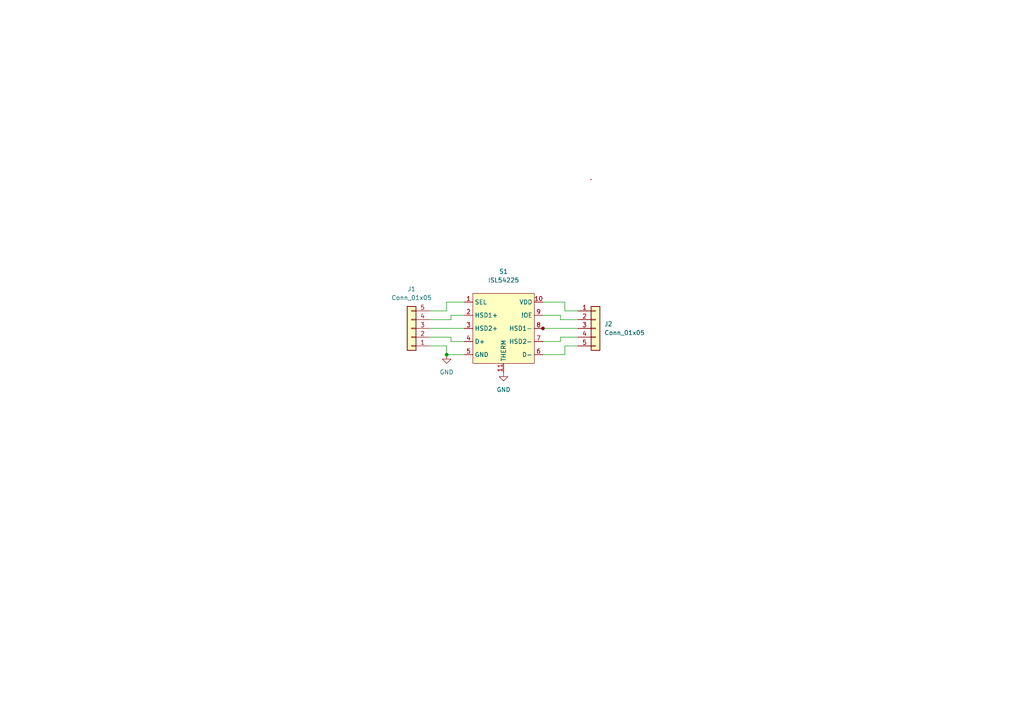
<source format=kicad_sch>
(kicad_sch (version 20211123) (generator eeschema)
  (paper "A4")
  (lib_symbols
    (symbol "Connector_Generic:Conn_01x05" (pin_names (offset 1.016) hide)
      (property "Reference" "J" (at 0 7.62 0))
      (property "Value" "Conn_01x05" (at 0 -7.62 0))
      (symbol "Conn_01x05_1_1"
        (rectangle (start -1.27 -4.953) (end 0 -5.207) (stroke (width 0.1524)))
        (rectangle (start -1.27 -2.413) (end 0 -2.667) (stroke (width 0.1524)))
        (rectangle (start -1.27 0.127) (end 0 -0.127) (stroke (width 0.1524)))
        (rectangle (start -1.27 2.667) (end 0 2.413) (stroke (width 0.1524)))
        (rectangle (start -1.27 5.207) (end 0 4.953) (stroke (width 0.1524)))
        (rectangle (start -1.27 6.35) (end 1.27 -6.35) (stroke (width 0.254)) (fill (type background)))
        (pin passive line (at -5.08 5.08 0) (length 3.81) (name "Pin_1") (number "1"))
        (pin passive line (at -5.08 2.54 0) (length 3.81) (name "Pin_2") (number "2"))
        (pin passive line (at -5.08 0 0) (length 3.81) (name "Pin_3") (number "3"))
        (pin passive line (at -5.08 -2.54 0) (length 3.81) (name "Pin_4") (number "4"))
        (pin passive line (at -5.08 -5.08 0) (length 3.81) (name "Pin_5") (number "5"))
      )
    )
    (symbol "library:ISL54225"
      (property "Reference" "S" (at 0 5.08 0))
      (property "Value" "ISL54225" (at 0 7.62 0))
      (symbol "ISL54225_0_1"
        (rectangle (start -8.89 2.54) (end 8.89 -17.78) (fill (type background)))
        (rectangle (start 11.43 -7.62) (end 11.43 -7.62))
        (rectangle (start 11.43 -7.62) (end 11.43 -7.62))
        (rectangle (start 11.43 -7.62) (end 11.43 -7.62))
        (rectangle (start 11.43 -7.62) (end 11.43 -7.62))
        (rectangle (start 11.43 -7.62) (end 11.43 -7.62))
        (rectangle (start 11.43 -7.62) (end 11.43 -7.62))
        (rectangle (start 11.43 -7.62) (end 11.43 -7.62))
        (rectangle (start 11.43 -7.62) (end 11.43 -7.62) (stroke (width 1)))
        (rectangle (start 11.43 -7.62) (end 11.43 -7.62) (stroke (width 1)))
        (rectangle (start 25.4 35.56) (end 25.4 35.56))
        (rectangle (start 25.4 35.56) (end 25.4 35.56))
        (rectangle (start 25.4 35.56) (end 25.4 35.56))
        (rectangle (start 25.4 35.56) (end 25.4 35.56))
        (rectangle (start 25.4 35.56) (end 25.4 35.56))
        (rectangle (start 25.4 35.56) (end 25.4 35.56))
        (rectangle (start 25.4 35.56) (end 25.4 35.56))
        (rectangle (start 25.4 35.56) (end 25.4 35.56))
        (rectangle (start 25.4 35.56) (end 25.4 35.56))
        (rectangle (start 25.4 35.56) (end 25.4 35.56))
        (rectangle (start 25.4 35.56) (end 25.4 35.56))
        (rectangle (start 25.4 35.56) (end 25.4 35.56))
        (rectangle (start 25.4 35.56) (end 25.4 35.56))
        (rectangle (start 25.4 35.56) (end 25.4 35.56))
        (rectangle (start 25.4 35.56) (end 25.4 35.56))
        (rectangle (start 25.4 35.56) (end 25.4 35.56))
        (rectangle (start 25.4 35.56) (end 25.4 35.56))
        (rectangle (start 25.4 35.56) (end 25.4 35.56))
        (rectangle (start 25.4 35.56) (end 25.4 35.56))
        (rectangle (start 25.4 35.56) (end 25.4 35.56))
        (rectangle (start 25.4 35.56) (end 25.4 35.56))
        (rectangle (start 25.4 35.56) (end 25.4 35.56))
        (rectangle (start 25.4 35.56) (end 25.4 35.56))
        (rectangle (start 25.4 35.56) (end 25.4 35.56))
        (rectangle (start 25.4 35.56) (end 25.4 35.56))
        (rectangle (start 25.4 35.56) (end 25.4 35.56))
        (rectangle (start 25.4 35.56) (end 25.4 35.56))
      )
      (symbol "ISL54225_1_1"
        (pin input line (at -11.43 0 0) (length 2.54) (name "SEL") (number "1"))
        (pin input line (at 11.43 0 180) (length 2.54) (name "VDD") (number "10"))
        (pin input line (at 0 -20.32 90) (length 2.54) (name "THERM") (number "11"))
        (pin output line (at -11.43 -3.81 0) (length 2.54) (name "HSD1+") (number "2"))
        (pin output line (at -11.43 -7.62 0) (length 2.54) (name "HSD2+") (number "3"))
        (pin input line (at -11.43 -11.43 0) (length 2.54) (name "D+") (number "4"))
        (pin passive line (at -11.43 -15.24 0) (length 2.54) (name "GND") (number "5"))
        (pin input line (at 11.43 -15.24 180) (length 2.54) (name "D-") (number "6"))
        (pin output line (at 11.43 -11.43 180) (length 2.54) (name "HSD2-") (number "7"))
        (pin output line (at 11.43 -7.62 180) (length 2.54) (name "HSD1-") (number "8"))
        (pin input line (at 11.43 -3.81 180) (length 2.54) (name "!OE") (number "9"))
      )
    )
    (symbol "power:GND" (power) (pin_names (offset 0))
      (property "Value" "GND" (at 0 -3.81 0))
      (symbol "GND_0_1"
        (polyline (pts (xy 0 0) (xy 0 -1.27) (xy 1.27 -1.27) (xy 0 -2.54) (xy -1.27 -1.27) (xy 0 -1.27)))
      )
      (symbol "GND_1_1"
        (pin power_in line (at 0 0 270) (length 0) hide (name "GND") (number "1"))
      )
    )
  )
  (junction (at 129.54 102.87))
  (wire (pts (xy 124.46 97.79) (xy 130.81 97.79)))
  (wire (pts (xy 162.56 91.44) (xy 162.56 92.71)))
  (wire (pts (xy 124.46 90.17) (xy 129.54 90.17)))
  (wire (pts (xy 167.64 100.33) (xy 163.83 100.33)))
  (wire (pts (xy 124.46 95.25) (xy 134.62 95.25)))
  (wire (pts (xy 162.56 92.71) (xy 167.64 92.71)))
  (wire (pts (xy 157.48 87.63) (xy 163.83 87.63)))
  (wire (pts (xy 163.83 87.63) (xy 163.83 90.17)))
  (wire (pts (xy 130.81 92.71) (xy 130.81 91.44)))
  (wire (pts (xy 157.48 99.06) (xy 162.56 99.06)))
  (wire (pts (xy 130.81 97.79) (xy 130.81 99.06)))
  (wire (pts (xy 129.54 90.17) (xy 129.54 87.63)))
  (wire (pts (xy 129.54 102.87) (xy 129.54 100.33)))
  (wire (pts (xy 129.54 100.33) (xy 124.46 100.33)))
  (wire (pts (xy 162.56 97.79) (xy 167.64 97.79)))
  (wire (pts (xy 134.62 102.87) (xy 129.54 102.87)))
  (wire (pts (xy 157.48 102.87) (xy 163.83 102.87)))
  (wire (pts (xy 162.56 99.06) (xy 162.56 97.79)))
  (wire (pts (xy 163.83 90.17) (xy 167.64 90.17)))
  (wire (pts (xy 157.48 91.44) (xy 162.56 91.44)))
  (wire (pts (xy 163.83 100.33) (xy 163.83 102.87)))
  (wire (pts (xy 130.81 91.44) (xy 134.62 91.44)))
  (wire (pts (xy 124.46 92.71) (xy 130.81 92.71)))
  (wire (pts (xy 157.48 95.25) (xy 167.64 95.25)))
  (wire (pts (xy 129.54 87.63) (xy 134.62 87.63)))
  (wire (pts (xy 130.81 99.06) (xy 134.62 99.06)))
  (symbol (lib_id "power:GND") (at 146.05 107.95 0) (unit 1)
    (property "Reference" "#PWR0101" (effects hide))
    (property "Value" "GND" (at 146.05 113.03 0))
  )
  (symbol (lib_id "Connector_Generic:Conn_01x05") (at 119.38 95.25 180) (unit 1)
    (property "Reference" "J1" (at 119.38 83.82 0))
    (property "Value" "Conn_01x05" (at 119.38 86.36 0))
    (property "Footprint" "Connector_PinHeader_2.54mm:PinHeader_1x05_P2.54mm_Vertical" (effects hide))
  )
  (symbol (lib_id "library:ISL54225") (at 146.05 87.63 0) (unit 1)
    (property "Reference" "S1" (at 146.05 78.74 0))
    (property "Value" "ISL54225" (at 146.05 81.28 0))
    (property "Footprint" "Package_DFN_QFN:DFN-10-1EP_3x3mm_P0.5mm_EP1.75x2.7mm" (effects hide))
  )
  (symbol (lib_id "power:GND") (at 129.54 102.87 0) (unit 1)
    (property "Reference" "#PWR?" (effects hide))
    (property "Value" "GND" (at 129.54 107.95 0))
  )
  (symbol (lib_id "Connector_Generic:Conn_01x05") (at 172.72 95.25 0) (unit 1)
    (property "Reference" "J2" (at 175.26 93.9799 0) (effects (justify left)))
    (property "Value" "Conn_01x05" (at 175.26 96.5199 0) (effects (justify left)))
    (property "Footprint" "Connector_PinHeader_2.54mm:PinHeader_1x05_P2.54mm_Vertical" (effects hide))
  )
)
</source>
